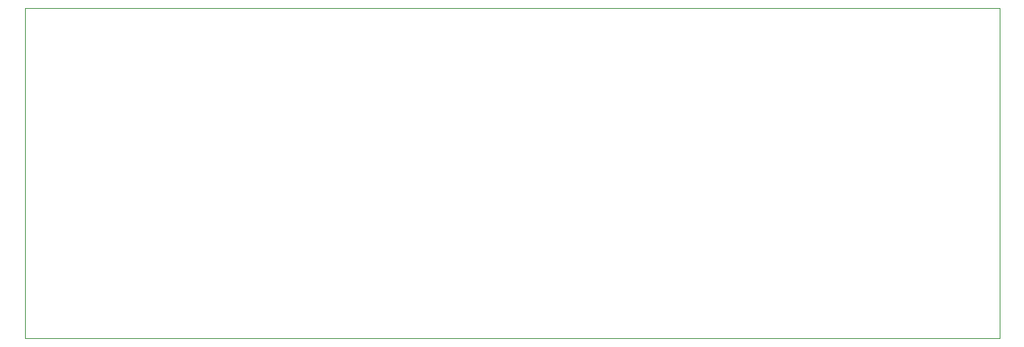
<source format=gbr>
%TF.GenerationSoftware,KiCad,Pcbnew,8.0.1*%
%TF.CreationDate,2024-03-28T11:36:42+01:00*%
%TF.ProjectId,pc1715-esp32vga,70633137-3135-42d6-9573-703332766761,rev?*%
%TF.SameCoordinates,Original*%
%TF.FileFunction,Profile,NP*%
%FSLAX46Y46*%
G04 Gerber Fmt 4.6, Leading zero omitted, Abs format (unit mm)*
G04 Created by KiCad (PCBNEW 8.0.1) date 2024-03-28 11:36:42*
%MOMM*%
%LPD*%
G01*
G04 APERTURE LIST*
%TA.AperFunction,Profile*%
%ADD10C,0.100000*%
%TD*%
G04 APERTURE END LIST*
D10*
X104000000Y-49000000D02*
X216000000Y-49000000D01*
X216000000Y-87000000D01*
X104000000Y-87000000D01*
X104000000Y-49000000D01*
M02*

</source>
